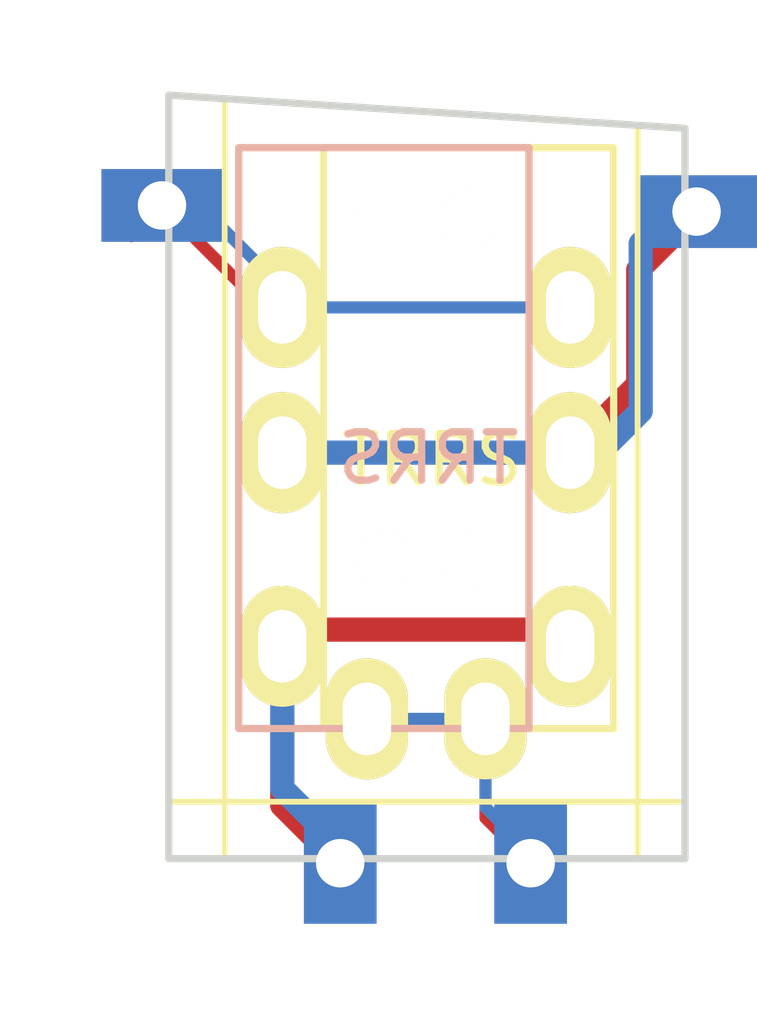
<source format=kicad_pcb>
(kicad_pcb (version 20221018) (generator pcbnew)
  (layers (0 "F.Cu" signal) (31 "B.Cu" signal) (34 "B.Paste" user) (35 "F.Paste" user) (36 "B.SilkS" user "B.Silkscreen") (37 "F.SilkS" user "F.Silkscreen") (38 "B.Mask" user) (39 "F.Mask" user) (44 "Edge.Cuts" user))
  (net 0 "")
  (footprint "kbd:MJ-4PP-9" (layer "F.Cu") (at 153.591802 48.787)
    (fp_text reference "J1")
    (fp_text value "MJ-4PP-9" hide)
    (fp_text user "TRRS" (at -0.8255 6.4135) (layer "B.SilkS") (effects (justify mirror)))
    (fp_text user "TRRS" (at -0.75 6.45) (layer "F.SilkS"))
    (fp_line (start -4.75 0) (end 1.25 0) (stroke (width 0.15)) (layer "B.SilkS"))
    (fp_line (start -4.75 12) (end -4.75 0) (stroke (width 0.15)) (layer "B.SilkS"))
    (fp_line (start 1.25 0) (end 1.25 12) (stroke (width 0.15)) (layer "B.SilkS"))
    (fp_line (start 1.25 12) (end -4.75 12) (stroke (width 0.15)) (layer "B.SilkS"))
    (fp_line (start -3 0) (end 3 0) (stroke (width 0.15)) (layer "F.SilkS"))
    (fp_line (start -3 12) (end -3 0) (stroke (width 0.15)) (layer "F.SilkS"))
    (fp_line (start 3 0) (end 3 12) (stroke (width 0.15)) (layer "F.SilkS"))
    (fp_line (start 3 12) (end -3 12) (stroke (width 0.15)) (layer "F.SilkS"))
    (pad "" np_thru_hole circle (at -1.75 1.5) (size 1.2 1.2) (drill 1.2) (layers "F&B.Cu" "*.Mask" "F.SilkS"))
    (pad "" np_thru_hole circle (at -1.75 8.5) (size 1.2 1.2) (drill 1.2) (layers "F&B.Cu" "*.Mask" "F.SilkS"))
    (pad "" np_thru_hole circle (at 0 1.5) (size 1.2 1.2) (drill 1.2) (layers "F&B.Cu" "*.Mask" "F.SilkS"))
    (pad "" np_thru_hole circle (at 0 8.5) (size 1.2 1.2) (drill 1.2) (layers "F&B.Cu" "*.Mask" "F.SilkS"))
    (pad "A" thru_hole oval (at -2.1 11.8) (size 1.7 2.5) (drill oval 1 1.5) (layers "*.Cu" "*.Mask" "F.SilkS") (clearance 0.15))
    (pad "A" thru_hole oval (at 0.35 11.8) (size 1.7 2.5) (drill oval 1 1.5) (layers "*.Cu" "*.Mask" "F.SilkS") (clearance 0.15))
    (pad "B" thru_hole oval (at -3.85 3.3) (size 1.7 2.5) (drill oval 1 1.5) (layers "*.Cu" "*.Mask" "F.SilkS"))
    (pad "B" thru_hole oval (at 2.1 3.3) (size 1.7 2.5) (drill oval 1 1.5) (layers "*.Cu" "*.Mask" "F.SilkS"))
    (pad "C" thru_hole oval (at -3.85 6.3) (size 1.7 2.5) (drill oval 1 1.5) (layers "*.Cu" "*.Mask" "F.SilkS"))
    (pad "C" thru_hole oval (at 2.1 6.3) (size 1.7 2.5) (drill oval 1 1.5) (layers "*.Cu" "*.Mask" "F.SilkS"))
    (pad "D" thru_hole oval (at -3.85 10.3) (size 1.7 2.5) (drill oval 1 1.5) (layers "*.Cu" "*.Mask" "F.SilkS") (clearance 0.15))
    (pad "D" thru_hole oval (at 2.1 10.3) (size 1.7 2.5) (drill oval 1 1.5) (layers "*.Cu" "*.Mask" "F.SilkS") (clearance 0.15))
  )
  (footprint "kbd:kb_hhole_u" (layer "F.Cu") (at 158.304802 50.107 -90)
    (fp_text reference "REF**" hide)
    (fp_text value "kb_hhole_u")
    (pad "1" thru_hole rect (at 0 0 270) (size 1.5 2.5) (drill 1) (layers "*.Cu" "*.Adhes" "*.Mask"))
    (pad "1" smd rect (at 0 0 270) (size 1.5 2.5) (layers "*.Paste" "*.Mask" "B.Cu"))
  )
  (footprint "kbd:kb_hhole_u" (layer "F.Cu") (at 147.255802 49.98 -90)
    (fp_text reference "REF**" hide)
    (fp_text value "kb_hhole_u")
    (pad "1" thru_hole rect (at 0 0 270) (size 1.5 2.5) (drill 1) (layers "*.Cu" "*.Adhes" "*.Mask"))
    (pad "1" smd rect (at 0 0 270) (size 1.5 2.5) (layers "*.Paste" "*.Mask" "B.Cu"))
  )
  (footprint "kbd:kb_hhole_u" (layer "F.Cu") (at 150.938802 63.569)
    (fp_text reference "REF**" hide)
    (fp_text value "kb_hhole_u")
    (pad "1" thru_hole rect (at 0 0) (size 1.5 2.5) (drill 1) (layers "*.Cu" "*.Adhes" "*.Mask"))
    (pad "1" smd rect (at 0 0) (size 1.5 2.5) (layers "*.Paste" "*.Mask" "B.Cu"))
  )
  (footprint "kbd:kb_hhole_u" (layer "F.Cu") (at 154.875802 63.569)
    (fp_text reference "REF**" hide)
    (fp_text value "kb_hhole_u")
    (pad "1" thru_hole rect (at 0 0) (size 1.5 2.5) (drill 1) (layers "*.Cu" "*.Adhes" "*.Mask"))
    (pad "1" smd rect (at 0 0) (size 1.5 2.5) (layers "*.Paste" "*.Mask" "B.Cu"))
  )
  (gr_line (start 147.382802 62.299) (end 158.050802 62.299) (stroke (width 0.12)) (layer "F.SilkS"))
  (gr_poly (pts (xy 147.382802 47.694) (xy 147.382802 61.283) (xy 147.382802 63.4674) (xy 158.050802 63.4674) (xy 158.050802 48.3798)) (stroke (width 0.12)) (fill none) (layer "F.SilkS"))
  (gr_line (start 148.551202 63.4674) (end 148.551202 47.7702) (stroke (width 0.12)) (layer "F.SilkS"))
  (gr_line (start 157.085602 63.4674) (end 157.085602 48.329) (stroke (width 0.12)) (layer "F.SilkS"))
  (gr_line (start 147.3962 47.7012) (end 158.0642 48.387) (stroke (width 0.15)) (layer "Edge.Cuts"))
  (gr_line (start 147.3962 47.7012) (end 147.3962 63.4746) (stroke (width 0.15)) (layer "Edge.Cuts"))
  (gr_line (start 158.0642 63.4746) (end 158.0642 48.387) (stroke (width 0.15)) (layer "Edge.Cuts"))
  (gr_line (start 147.3962 63.4746) (end 158.0642 63.4746) (stroke (width 0.15)) (layer "Edge.Cuts"))
  (segment (start 153.941802 62.635) (end 154.875802 63.569) (width 0.25) (layer "F.Cu") (net 0))
  (segment (start 147.255802 49.98) (end 149.362802 52.087) (width 0.25) (layer "F.Cu") (net 0))
  (segment (start 150.938802 63.569) (end 149.741802 62.372) (width 0.5) (layer "F.Cu") (net 0))
  (segment (start 146.620802 50.615) (end 147.255802 49.98) (width 0.25) (layer "F.Cu") (net 0))
  (segment (start 153.941802 60.587) (end 153.941802 62.635) (width 0.25) (layer "F.Cu") (net 0))
  (segment (start 149.362802 52.087) (end 149.741802 52.087) (width 0.25) (layer "F.Cu") (net 0))
  (segment (start 155.691802 55.087) (end 157.099 53.679802) (width 0.5) (layer "F.Cu") (net 0))
  (segment (start 149.741802 59.087) (end 150.085802 58.743) (width 0.5) (layer "F.Cu") (net 0))
  (segment (start 155.347802 58.743) (end 155.691802 59.087) (width 0.5) (layer "F.Cu") (net 0))
  (segment (start 149.741802 62.372) (end 149.741802 59.087) (width 0.5) (layer "F.Cu") (net 0))
  (segment (start 151.491802 60.587) (end 151.700802 60.796) (width 0.25) (layer "F.Cu") (net 0))
  (segment (start 150.085802 58.743) (end 155.347802 58.743) (width 0.5) (layer "F.Cu") (net 0))
  (segment (start 155.691802 51.01712) (end 155.691802 52.087) (width 0.25) (layer "F.Cu") (net 0))
  (segment (start 157.099 53.679802) (end 157.099 51.312802) (width 0.5) (layer "F.Cu") (net 0))
  (segment (start 157.099 51.312802) (end 158.304802 50.107) (width 0.5) (layer "F.Cu") (net 0))
  (segment (start 151.491802 60.587) (end 153.941802 60.587) (width 0.25) (layer "B.Cu") (net 0))
  (segment (start 153.941802 60.587) (end 153.941802 62.4156) (width 0.25) (layer "B.Cu") (net 0))
  (segment (start 148.034802 49.98) (end 147.5212 49.98) (width 0.25) (layer "B.Cu") (net 0))
  (segment (start 149.741802 59.087) (end 149.741802 62.0276) (width 0.5) (layer "B.Cu") (net 0))
  (segment (start 156.2918 55.087) (end 157.1498 54.229) (width 0.5) (layer "B.Cu") (net 0))
  (segment (start 153.941802 62.4156) (end 154.875802 63.3496) (width 0.25) (layer "B.Cu") (net 0))
  (segment (start 149.741802 52.087) (end 155.691802 52.087) (width 0.25) (layer "B.Cu") (net 0))
  (segment (start 155.691802 55.087) (end 149.741802 55.087) (width 0.5) (layer "B.Cu") (net 0))
  (segment (start 149.741802 51.687) (end 148.034802 49.98) (width 0.25) (layer "B.Cu") (net 0))
  (segment (start 155.691802 55.087) (end 156.2918 55.087) (width 0.5) (layer "B.Cu") (net 0))
  (segment (start 149.741802 62.0276) (end 150.938802 63.2246) (width 0.5) (layer "B.Cu") (net 0))
  (segment (start 157.1498 54.229) (end 157.1498 50.7714) (width 0.5) (layer "B.Cu") (net 0))
  (segment (start 157.1498 50.7714) (end 157.8142 50.107) (width 0.5) (layer "B.Cu") (net 0))
  (segment (start 149.741802 52.087) (end 149.741802 51.687) (width 0.25) (layer "B.Cu") (net 0))
)
</source>
